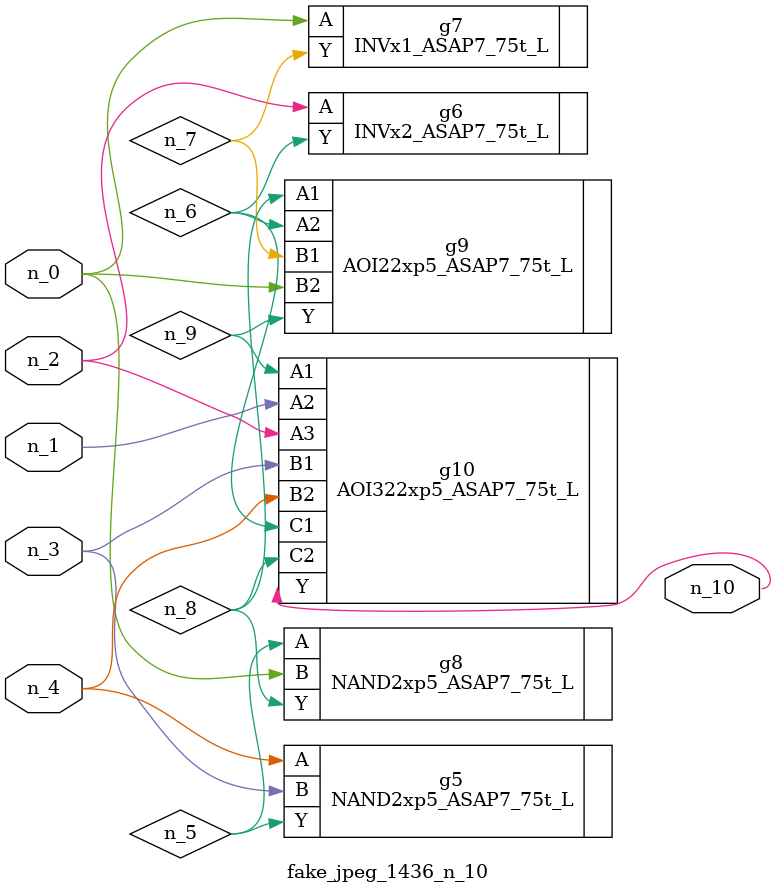
<source format=v>
module fake_jpeg_1436_n_10 (n_3, n_2, n_1, n_0, n_4, n_10);

input n_3;
input n_2;
input n_1;
input n_0;
input n_4;

output n_10;

wire n_8;
wire n_9;
wire n_6;
wire n_5;
wire n_7;

NAND2xp5_ASAP7_75t_L g5 ( 
.A(n_4),
.B(n_3),
.Y(n_5)
);

INVx2_ASAP7_75t_L g6 ( 
.A(n_2),
.Y(n_6)
);

INVx1_ASAP7_75t_L g7 ( 
.A(n_0),
.Y(n_7)
);

NAND2xp5_ASAP7_75t_L g8 ( 
.A(n_5),
.B(n_0),
.Y(n_8)
);

AOI22xp5_ASAP7_75t_L g9 ( 
.A1(n_8),
.A2(n_6),
.B1(n_7),
.B2(n_0),
.Y(n_9)
);

AOI322xp5_ASAP7_75t_L g10 ( 
.A1(n_9),
.A2(n_1),
.A3(n_2),
.B1(n_3),
.B2(n_4),
.C1(n_6),
.C2(n_8),
.Y(n_10)
);


endmodule
</source>
